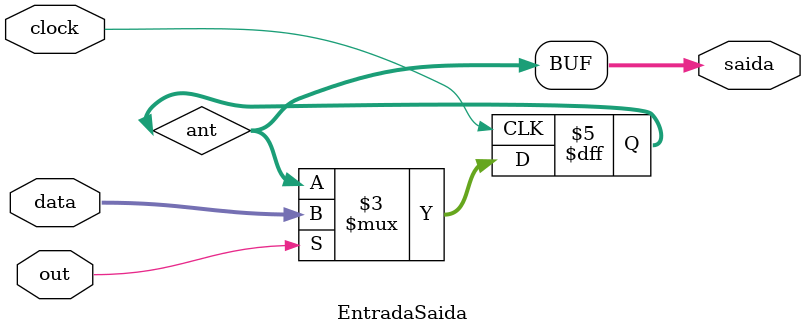
<source format=v>
module EntradaSaida (data, out, clock,saida);

input [31:0] data;
input clock, out;
reg [31:0] ant;
output [31:0] saida;

always @ ( posedge clock )
begin
if(out)

ant = data;

end

assign saida = ant;
endmodule

</source>
